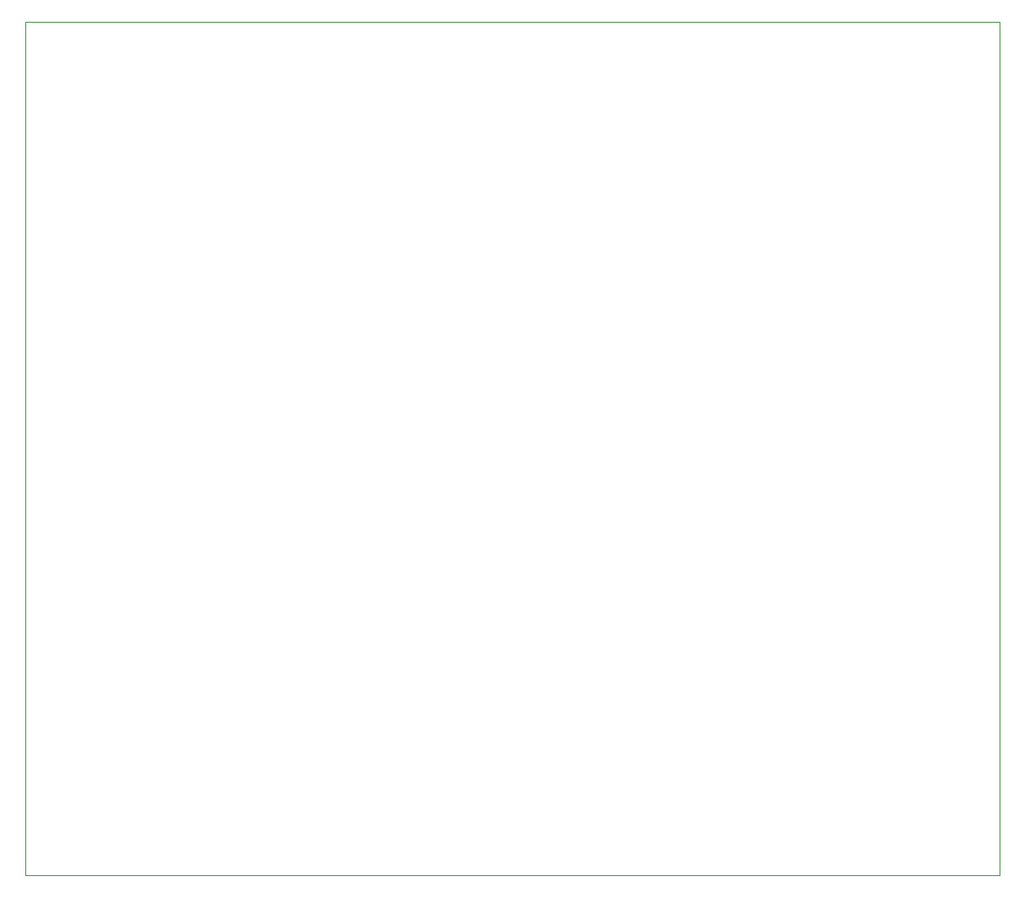
<source format=gbr>
%TF.GenerationSoftware,KiCad,Pcbnew,4.0.7*%
%TF.CreationDate,2018-06-04T18:26:45+03:00*%
%TF.ProjectId,circuit,636972637569742E6B696361645F7063,6*%
%TF.FileFunction,Legend,Bot*%
%FSLAX46Y46*%
G04 Gerber Fmt 4.6, Leading zero omitted, Abs format (unit mm)*
G04 Created by KiCad (PCBNEW 4.0.7) date 06/04/18 18:26:45*
%MOMM*%
%LPD*%
G01*
G04 APERTURE LIST*
%ADD10C,0.100000*%
G04 APERTURE END LIST*
D10*
X16256000Y-97028000D02*
X110744000Y-97028000D01*
X110744000Y-14224000D02*
X16256000Y-14224000D01*
X110744000Y-97028000D02*
X110744000Y-14224000D01*
X16256000Y-97028000D02*
X16256000Y-14224000D01*
M02*

</source>
